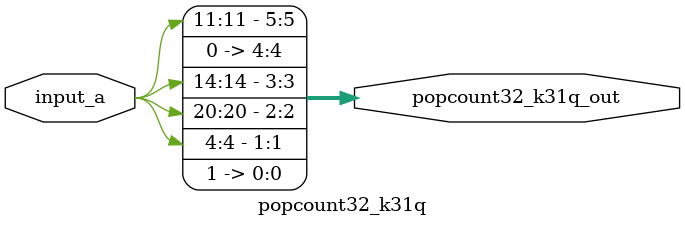
<source format=v>

module popcount32_k31q(input [31:0] input_a, output [5:0] popcount32_k31q_out);
  wire popcount32_k31q_core_036;
  wire popcount32_k31q_core_039;
  wire popcount32_k31q_core_041;
  wire popcount32_k31q_core_042;
  wire popcount32_k31q_core_044;
  wire popcount32_k31q_core_046;
  wire popcount32_k31q_core_051;
  wire popcount32_k31q_core_053;
  wire popcount32_k31q_core_056;
  wire popcount32_k31q_core_057_not;
  wire popcount32_k31q_core_058;
  wire popcount32_k31q_core_059;
  wire popcount32_k31q_core_063;
  wire popcount32_k31q_core_066;
  wire popcount32_k31q_core_067;
  wire popcount32_k31q_core_070;
  wire popcount32_k31q_core_071;
  wire popcount32_k31q_core_075;
  wire popcount32_k31q_core_078;
  wire popcount32_k31q_core_079;
  wire popcount32_k31q_core_080;
  wire popcount32_k31q_core_081_not;
  wire popcount32_k31q_core_083;
  wire popcount32_k31q_core_084;
  wire popcount32_k31q_core_085;
  wire popcount32_k31q_core_089;
  wire popcount32_k31q_core_091;
  wire popcount32_k31q_core_092;
  wire popcount32_k31q_core_094_not;
  wire popcount32_k31q_core_095;
  wire popcount32_k31q_core_096;
  wire popcount32_k31q_core_097;
  wire popcount32_k31q_core_099;
  wire popcount32_k31q_core_101;
  wire popcount32_k31q_core_102;
  wire popcount32_k31q_core_103;
  wire popcount32_k31q_core_104;
  wire popcount32_k31q_core_105;
  wire popcount32_k31q_core_106;
  wire popcount32_k31q_core_109;
  wire popcount32_k31q_core_110;
  wire popcount32_k31q_core_111;
  wire popcount32_k31q_core_112;
  wire popcount32_k31q_core_113;
  wire popcount32_k31q_core_116;
  wire popcount32_k31q_core_117_not;
  wire popcount32_k31q_core_118;
  wire popcount32_k31q_core_119;
  wire popcount32_k31q_core_120;
  wire popcount32_k31q_core_121;
  wire popcount32_k31q_core_123;
  wire popcount32_k31q_core_124;
  wire popcount32_k31q_core_126;
  wire popcount32_k31q_core_130;
  wire popcount32_k31q_core_131;
  wire popcount32_k31q_core_132;
  wire popcount32_k31q_core_134;
  wire popcount32_k31q_core_135;
  wire popcount32_k31q_core_136;
  wire popcount32_k31q_core_140;
  wire popcount32_k31q_core_142;
  wire popcount32_k31q_core_144;
  wire popcount32_k31q_core_145;
  wire popcount32_k31q_core_147;
  wire popcount32_k31q_core_148;
  wire popcount32_k31q_core_156;
  wire popcount32_k31q_core_158;
  wire popcount32_k31q_core_159;
  wire popcount32_k31q_core_160;
  wire popcount32_k31q_core_161;
  wire popcount32_k31q_core_162;
  wire popcount32_k31q_core_163;
  wire popcount32_k31q_core_166;
  wire popcount32_k31q_core_167;
  wire popcount32_k31q_core_168;
  wire popcount32_k31q_core_169;
  wire popcount32_k31q_core_170;
  wire popcount32_k31q_core_171;
  wire popcount32_k31q_core_176;
  wire popcount32_k31q_core_177;
  wire popcount32_k31q_core_178;
  wire popcount32_k31q_core_179_not;
  wire popcount32_k31q_core_180;
  wire popcount32_k31q_core_182;
  wire popcount32_k31q_core_184;
  wire popcount32_k31q_core_185;
  wire popcount32_k31q_core_186;
  wire popcount32_k31q_core_187;
  wire popcount32_k31q_core_188;
  wire popcount32_k31q_core_189;
  wire popcount32_k31q_core_190;
  wire popcount32_k31q_core_194;
  wire popcount32_k31q_core_195;
  wire popcount32_k31q_core_196;
  wire popcount32_k31q_core_197;
  wire popcount32_k31q_core_198;
  wire popcount32_k31q_core_199;
  wire popcount32_k31q_core_200;
  wire popcount32_k31q_core_201;
  wire popcount32_k31q_core_202;
  wire popcount32_k31q_core_204;
  wire popcount32_k31q_core_206;
  wire popcount32_k31q_core_208;
  wire popcount32_k31q_core_209;
  wire popcount32_k31q_core_211;
  wire popcount32_k31q_core_212;
  wire popcount32_k31q_core_213;
  wire popcount32_k31q_core_215;
  wire popcount32_k31q_core_216;
  wire popcount32_k31q_core_218;
  wire popcount32_k31q_core_219;
  wire popcount32_k31q_core_220;
  wire popcount32_k31q_core_223;
  wire popcount32_k31q_core_224;
  wire popcount32_k31q_core_225;

  assign popcount32_k31q_core_036 = ~(input_a[27] & input_a[2]);
  assign popcount32_k31q_core_039 = ~(input_a[16] & input_a[28]);
  assign popcount32_k31q_core_041 = ~(input_a[11] ^ input_a[30]);
  assign popcount32_k31q_core_042 = input_a[13] & input_a[26];
  assign popcount32_k31q_core_044 = input_a[11] ^ input_a[14];
  assign popcount32_k31q_core_046 = input_a[7] ^ input_a[9];
  assign popcount32_k31q_core_051 = input_a[5] | input_a[9];
  assign popcount32_k31q_core_053 = ~(input_a[15] & input_a[20]);
  assign popcount32_k31q_core_056 = input_a[30] | input_a[13];
  assign popcount32_k31q_core_057_not = ~input_a[7];
  assign popcount32_k31q_core_058 = input_a[19] ^ input_a[15];
  assign popcount32_k31q_core_059 = ~(input_a[18] ^ input_a[1]);
  assign popcount32_k31q_core_063 = ~input_a[20];
  assign popcount32_k31q_core_066 = ~(input_a[0] | input_a[24]);
  assign popcount32_k31q_core_067 = ~(input_a[29] & input_a[21]);
  assign popcount32_k31q_core_070 = ~(input_a[31] ^ input_a[4]);
  assign popcount32_k31q_core_071 = input_a[3] ^ input_a[21];
  assign popcount32_k31q_core_075 = ~(input_a[7] | input_a[14]);
  assign popcount32_k31q_core_078 = ~(input_a[8] | input_a[24]);
  assign popcount32_k31q_core_079 = ~(input_a[1] | input_a[4]);
  assign popcount32_k31q_core_080 = ~(input_a[15] ^ input_a[14]);
  assign popcount32_k31q_core_081_not = ~input_a[7];
  assign popcount32_k31q_core_083 = ~(input_a[16] | input_a[19]);
  assign popcount32_k31q_core_084 = ~(input_a[29] | input_a[1]);
  assign popcount32_k31q_core_085 = input_a[18] & input_a[11];
  assign popcount32_k31q_core_089 = input_a[24] ^ input_a[13];
  assign popcount32_k31q_core_091 = ~(input_a[22] | input_a[23]);
  assign popcount32_k31q_core_092 = ~(input_a[20] | input_a[12]);
  assign popcount32_k31q_core_094_not = ~input_a[10];
  assign popcount32_k31q_core_095 = input_a[5] ^ input_a[2];
  assign popcount32_k31q_core_096 = input_a[1] | input_a[13];
  assign popcount32_k31q_core_097 = input_a[4] ^ input_a[21];
  assign popcount32_k31q_core_099 = ~(input_a[12] | input_a[8]);
  assign popcount32_k31q_core_101 = ~(input_a[3] & input_a[28]);
  assign popcount32_k31q_core_102 = input_a[15] | input_a[29];
  assign popcount32_k31q_core_103 = ~(input_a[14] ^ input_a[12]);
  assign popcount32_k31q_core_104 = input_a[3] & input_a[6];
  assign popcount32_k31q_core_105 = ~(input_a[4] & input_a[23]);
  assign popcount32_k31q_core_106 = ~(input_a[1] ^ input_a[28]);
  assign popcount32_k31q_core_109 = ~input_a[12];
  assign popcount32_k31q_core_110 = input_a[7] | input_a[5];
  assign popcount32_k31q_core_111 = input_a[4] ^ input_a[16];
  assign popcount32_k31q_core_112 = ~(input_a[29] ^ input_a[23]);
  assign popcount32_k31q_core_113 = ~(input_a[24] & input_a[18]);
  assign popcount32_k31q_core_116 = input_a[23] & input_a[20];
  assign popcount32_k31q_core_117_not = ~input_a[4];
  assign popcount32_k31q_core_118 = ~input_a[6];
  assign popcount32_k31q_core_119 = input_a[18] | input_a[15];
  assign popcount32_k31q_core_120 = input_a[29] | input_a[22];
  assign popcount32_k31q_core_121 = ~(input_a[9] ^ input_a[0]);
  assign popcount32_k31q_core_123 = ~(input_a[17] & input_a[23]);
  assign popcount32_k31q_core_124 = ~(input_a[23] | input_a[17]);
  assign popcount32_k31q_core_126 = ~(input_a[20] ^ input_a[8]);
  assign popcount32_k31q_core_130 = ~(input_a[22] ^ input_a[28]);
  assign popcount32_k31q_core_131 = input_a[4] & input_a[31];
  assign popcount32_k31q_core_132 = input_a[15] & input_a[24];
  assign popcount32_k31q_core_134 = ~input_a[10];
  assign popcount32_k31q_core_135 = input_a[7] & input_a[8];
  assign popcount32_k31q_core_136 = input_a[4] | input_a[22];
  assign popcount32_k31q_core_140 = input_a[25] ^ input_a[22];
  assign popcount32_k31q_core_142 = input_a[8] ^ input_a[11];
  assign popcount32_k31q_core_144 = ~(input_a[15] & input_a[11]);
  assign popcount32_k31q_core_145 = ~(input_a[5] & input_a[12]);
  assign popcount32_k31q_core_147 = ~input_a[6];
  assign popcount32_k31q_core_148 = ~(input_a[30] ^ input_a[7]);
  assign popcount32_k31q_core_156 = ~input_a[8];
  assign popcount32_k31q_core_158 = ~(input_a[27] | input_a[4]);
  assign popcount32_k31q_core_159 = ~(input_a[1] | input_a[3]);
  assign popcount32_k31q_core_160 = ~input_a[30];
  assign popcount32_k31q_core_161 = ~(input_a[11] ^ input_a[3]);
  assign popcount32_k31q_core_162 = input_a[15] & input_a[17];
  assign popcount32_k31q_core_163 = ~(input_a[7] & input_a[27]);
  assign popcount32_k31q_core_166 = ~(input_a[22] ^ input_a[15]);
  assign popcount32_k31q_core_167 = ~input_a[8];
  assign popcount32_k31q_core_168 = ~(input_a[26] & input_a[19]);
  assign popcount32_k31q_core_169 = ~(input_a[21] ^ input_a[19]);
  assign popcount32_k31q_core_170 = input_a[27] ^ input_a[26];
  assign popcount32_k31q_core_171 = ~(input_a[8] | input_a[15]);
  assign popcount32_k31q_core_176 = input_a[14] ^ input_a[25];
  assign popcount32_k31q_core_177 = input_a[16] | input_a[31];
  assign popcount32_k31q_core_178 = input_a[12] | input_a[31];
  assign popcount32_k31q_core_179_not = ~input_a[5];
  assign popcount32_k31q_core_180 = input_a[26] & input_a[4];
  assign popcount32_k31q_core_182 = ~(input_a[17] | input_a[0]);
  assign popcount32_k31q_core_184 = input_a[15] ^ input_a[23];
  assign popcount32_k31q_core_185 = ~(input_a[20] & input_a[28]);
  assign popcount32_k31q_core_186 = ~(input_a[14] | input_a[28]);
  assign popcount32_k31q_core_187 = ~(input_a[10] & input_a[31]);
  assign popcount32_k31q_core_188 = ~(input_a[19] | input_a[26]);
  assign popcount32_k31q_core_189 = input_a[13] & input_a[10];
  assign popcount32_k31q_core_190 = ~(input_a[19] | input_a[1]);
  assign popcount32_k31q_core_194 = ~(input_a[24] & input_a[25]);
  assign popcount32_k31q_core_195 = ~(input_a[11] | input_a[5]);
  assign popcount32_k31q_core_196 = ~(input_a[28] ^ input_a[27]);
  assign popcount32_k31q_core_197 = input_a[13] | input_a[10];
  assign popcount32_k31q_core_198 = ~(input_a[6] ^ input_a[10]);
  assign popcount32_k31q_core_199 = input_a[1] ^ input_a[5];
  assign popcount32_k31q_core_200 = ~(input_a[23] ^ input_a[11]);
  assign popcount32_k31q_core_201 = ~input_a[20];
  assign popcount32_k31q_core_202 = ~(input_a[7] & input_a[9]);
  assign popcount32_k31q_core_204 = ~(input_a[2] ^ input_a[17]);
  assign popcount32_k31q_core_206 = ~input_a[5];
  assign popcount32_k31q_core_208 = ~(input_a[14] & input_a[26]);
  assign popcount32_k31q_core_209 = input_a[25] | input_a[5];
  assign popcount32_k31q_core_211 = ~(input_a[26] ^ input_a[24]);
  assign popcount32_k31q_core_212 = input_a[25] & input_a[5];
  assign popcount32_k31q_core_213 = input_a[20] | input_a[24];
  assign popcount32_k31q_core_215 = ~(input_a[20] & input_a[9]);
  assign popcount32_k31q_core_216 = ~(input_a[12] & input_a[8]);
  assign popcount32_k31q_core_218 = input_a[12] | input_a[29];
  assign popcount32_k31q_core_219 = input_a[14] & input_a[22];
  assign popcount32_k31q_core_220 = ~(input_a[1] ^ input_a[10]);
  assign popcount32_k31q_core_223 = ~(input_a[1] | input_a[25]);
  assign popcount32_k31q_core_224 = ~(input_a[27] ^ input_a[28]);
  assign popcount32_k31q_core_225 = ~input_a[18];

  assign popcount32_k31q_out[0] = 1'b1;
  assign popcount32_k31q_out[1] = input_a[4];
  assign popcount32_k31q_out[2] = input_a[20];
  assign popcount32_k31q_out[3] = input_a[14];
  assign popcount32_k31q_out[4] = 1'b0;
  assign popcount32_k31q_out[5] = input_a[11];
endmodule
</source>
